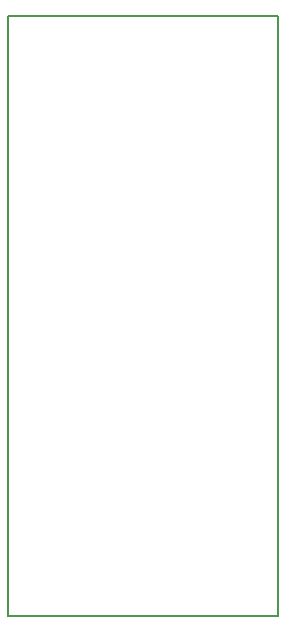
<source format=gbr>
G04 #@! TF.FileFunction,Profile,NP*
%FSLAX46Y46*%
G04 Gerber Fmt 4.6, Leading zero omitted, Abs format (unit mm)*
G04 Created by KiCad (PCBNEW 4.0.4-stable) date 03/07/17 16:47:50*
%MOMM*%
%LPD*%
G01*
G04 APERTURE LIST*
%ADD10C,0.100000*%
%ADD11C,0.150000*%
G04 APERTURE END LIST*
D10*
D11*
X0Y50800000D02*
X0Y0D01*
X22860000Y50800000D02*
X0Y50800000D01*
X22860000Y0D02*
X0Y0D01*
X22860000Y50800000D02*
X22860000Y0D01*
M02*

</source>
